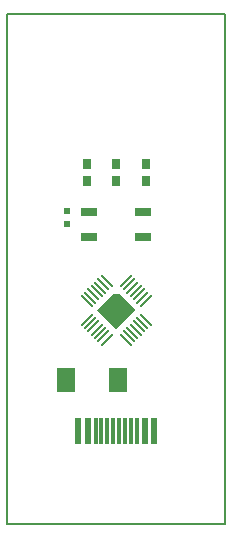
<source format=gbr>
G71*
G90*
G04 Quadcept GERBER*
%MOMM*%
%FSLAX44Y44*%
%ADD10C,0.2*%
%ADD11R,0.6X0.6*%
%AMT12*0 Rectangle 45*21,1,0.2,1.35,0,0,45*%
%ADD12T12*%
%AMT13*0 Rectangle 135*21,1,0.2,1.35,0,0,135*%
%ADD13T13*%
%AMT14*0 Rectangle 225*21,1,0.2,1.35,0,0,225*%
%ADD14T14*%
%AMT15*0 Rectangle 315*21,1,0.2,1.35,0,0,315*%
%ADD15T15*%
%ADD16R,0.3X2.3*%
%ADD17R,0.6X2.3*%
%ADD18R,0.8X0.9*%
%ADD19R,1.45X0.65*%
%ADD20R,1.45X0.65*%
%ADD21R,1.5X2*%
G75*
G36*
G01X-16263Y-35000D02*
G01X0000Y-51263D01*
G01X16263Y-35000D01*
G01X2828Y-21565D01*
G01X-2828Y-21565D01*
G01X-16263Y-35000D01*
G37*
G54D10*
G01X-92710Y-215900D02*
G01X92290Y-215900D01*
G01X92290Y-215900D02*
G01X92290Y215900D01*
G01X92290Y215900D02*
G01X-92710Y215900D01*
G01X-92710Y215900D02*
G01X-92710Y-215900D01*
G54D11*
X-41392Y38208D03*
Y49208D03*
G54D12*
X7955Y-59926D03*
X10783Y-57097D03*
X13612Y-54269D03*
X16440Y-51440D03*
X19269Y-48612D03*
X22097Y-45783D03*
X24926Y-42955D03*
G54D13*
X24926Y-27045D03*
X22097Y-24217D03*
X19269Y-21388D03*
X16440Y-18560D03*
X13612Y-15731D03*
X10783Y-12903D03*
X7955Y-10074D03*
G54D14*
X-24926Y-27045D03*
X-22097Y-24217D03*
X-19269Y-21388D03*
X-16440Y-18560D03*
X-13612Y-15731D03*
X-10783Y-12903D03*
X-7955Y-10074D03*
G54D15*
X-7955Y-59926D03*
X-10783Y-57097D03*
X-13612Y-54269D03*
X-16440Y-51440D03*
X-19269Y-48612D03*
X-22097Y-45783D03*
X-24926Y-42955D03*
G54D16*
X-17500Y-137000D03*
X-12500D03*
X-7500D03*
X-2500D03*
X2500D03*
X7500D03*
X12500D03*
X17500D03*
G54D17*
X-32000Y-137000D03*
X-24000D03*
X24000D03*
X32000D03*
G54D18*
X-25000Y74200D03*
X0000D03*
X25000D03*
X-25000Y89200D03*
X0000D03*
X25000D03*
G54D19*
X-22750Y26750D03*
Y48250D03*
G54D20*
X22750Y26750D03*
Y48250D03*
G54D21*
X-42787Y-94325D03*
X1213D03*
M02*

</source>
